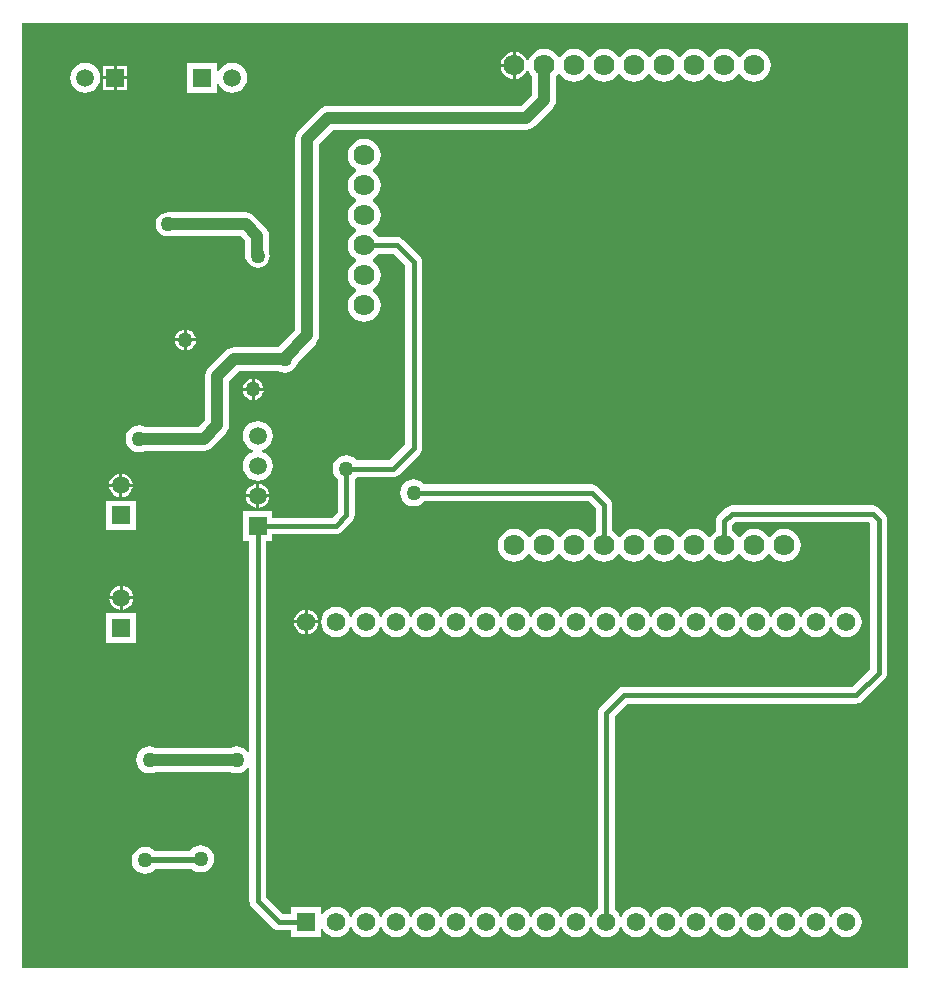
<source format=gbl>
G04*
G04 #@! TF.GenerationSoftware,Altium Limited,Altium Designer,19.0.15 (446)*
G04*
G04 Layer_Physical_Order=2*
G04 Layer_Color=16711680*
%FSLAX42Y42*%
%MOMM*%
G71*
G01*
G75*
%ADD41C,0.40*%
%ADD42C,0.50*%
%ADD43C,1.00*%
%ADD44R,1.50X1.50*%
%ADD45C,1.50*%
%ADD46R,1.50X1.50*%
%ADD47C,1.56*%
%ADD48R,1.56X1.56*%
%ADD49C,1.78*%
%ADD50C,1.00*%
%ADD51C,1.27*%
G36*
X7500Y0D02*
X0D01*
Y8000D01*
X7500D01*
Y0D01*
D02*
G37*
%LPC*%
G36*
X6198Y7785D02*
X6161Y7781D01*
X6128Y7767D01*
X6099Y7744D01*
X6078Y7717D01*
X6071Y7716D01*
X6063Y7717D01*
X6043Y7744D01*
X6014Y7767D01*
X5980Y7781D01*
X5944Y7785D01*
X5907Y7781D01*
X5874Y7767D01*
X5845Y7744D01*
X5824Y7717D01*
X5817Y7716D01*
X5809Y7717D01*
X5789Y7744D01*
X5760Y7767D01*
X5726Y7781D01*
X5690Y7785D01*
X5653Y7781D01*
X5620Y7767D01*
X5591Y7744D01*
X5570Y7717D01*
X5563Y7716D01*
X5555Y7717D01*
X5535Y7744D01*
X5506Y7767D01*
X5472Y7781D01*
X5436Y7785D01*
X5399Y7781D01*
X5366Y7767D01*
X5337Y7744D01*
X5316Y7717D01*
X5309Y7716D01*
X5301Y7717D01*
X5281Y7744D01*
X5252Y7767D01*
X5218Y7781D01*
X5182Y7785D01*
X5145Y7781D01*
X5112Y7767D01*
X5083Y7744D01*
X5062Y7717D01*
X5055Y7716D01*
X5047Y7717D01*
X5027Y7744D01*
X4998Y7767D01*
X4964Y7781D01*
X4928Y7785D01*
X4891Y7781D01*
X4858Y7767D01*
X4829Y7744D01*
X4808Y7717D01*
X4801Y7716D01*
X4793Y7717D01*
X4773Y7744D01*
X4744Y7767D01*
X4710Y7781D01*
X4674Y7785D01*
X4637Y7781D01*
X4604Y7767D01*
X4575Y7744D01*
X4554Y7717D01*
X4547Y7716D01*
X4539Y7717D01*
X4519Y7744D01*
X4490Y7767D01*
X4456Y7781D01*
X4420Y7785D01*
X4383Y7781D01*
X4350Y7767D01*
X4321Y7744D01*
X4298Y7715D01*
X4286Y7686D01*
X4273Y7686D01*
X4265Y7703D01*
X4247Y7727D01*
X4223Y7745D01*
X4195Y7757D01*
X4178Y7759D01*
Y7645D01*
Y7532D01*
X4195Y7534D01*
X4223Y7546D01*
X4247Y7564D01*
X4265Y7588D01*
X4273Y7605D01*
X4286Y7605D01*
X4298Y7575D01*
X4319Y7549D01*
Y7395D01*
X4225Y7302D01*
X2591D01*
X2565Y7298D01*
X2540Y7288D01*
X2519Y7272D01*
X2342Y7094D01*
X2326Y7074D01*
X2316Y7049D01*
X2312Y7023D01*
Y5401D01*
X2168Y5257D01*
X1791D01*
X1765Y5254D01*
X1740Y5244D01*
X1719Y5228D01*
X1580Y5088D01*
X1564Y5067D01*
X1554Y5043D01*
X1550Y5017D01*
Y4639D01*
X1495Y4584D01*
X1044D01*
X1020Y4594D01*
X991Y4598D01*
X961Y4594D01*
X933Y4582D01*
X910Y4564D01*
X891Y4540D01*
X880Y4513D01*
X876Y4483D01*
X880Y4453D01*
X891Y4426D01*
X910Y4402D01*
X933Y4384D01*
X961Y4373D01*
X991Y4369D01*
X1020Y4373D01*
X1044Y4382D01*
X1537D01*
X1563Y4386D01*
X1587Y4396D01*
X1608Y4412D01*
X1722Y4526D01*
X1738Y4547D01*
X1748Y4571D01*
X1752Y4597D01*
Y4975D01*
X1832Y5055D01*
X2169D01*
X2193Y5046D01*
X2223Y5042D01*
X2252Y5046D01*
X2280Y5057D01*
X2303Y5075D01*
X2322Y5099D01*
X2333Y5127D01*
X2335Y5138D01*
X2484Y5288D01*
X2500Y5309D01*
X2510Y5333D01*
X2514Y5359D01*
Y6981D01*
X2633Y7100D01*
X4267D01*
X4293Y7103D01*
X4318Y7114D01*
X4339Y7130D01*
X4491Y7282D01*
X4507Y7303D01*
X4517Y7327D01*
X4520Y7353D01*
Y7549D01*
X4539Y7573D01*
X4547Y7574D01*
X4554Y7573D01*
X4575Y7546D01*
X4604Y7524D01*
X4637Y7510D01*
X4674Y7505D01*
X4710Y7510D01*
X4744Y7524D01*
X4773Y7546D01*
X4793Y7573D01*
X4801Y7574D01*
X4808Y7573D01*
X4829Y7546D01*
X4858Y7524D01*
X4891Y7510D01*
X4928Y7505D01*
X4964Y7510D01*
X4998Y7524D01*
X5027Y7546D01*
X5047Y7573D01*
X5055Y7574D01*
X5062Y7573D01*
X5083Y7546D01*
X5112Y7524D01*
X5145Y7510D01*
X5182Y7505D01*
X5218Y7510D01*
X5252Y7524D01*
X5281Y7546D01*
X5301Y7573D01*
X5309Y7574D01*
X5316Y7573D01*
X5337Y7546D01*
X5366Y7524D01*
X5399Y7510D01*
X5436Y7505D01*
X5472Y7510D01*
X5506Y7524D01*
X5535Y7546D01*
X5555Y7573D01*
X5563Y7574D01*
X5570Y7573D01*
X5591Y7546D01*
X5620Y7524D01*
X5653Y7510D01*
X5690Y7505D01*
X5726Y7510D01*
X5760Y7524D01*
X5789Y7546D01*
X5809Y7573D01*
X5817Y7574D01*
X5824Y7573D01*
X5845Y7546D01*
X5874Y7524D01*
X5907Y7510D01*
X5944Y7505D01*
X5980Y7510D01*
X6014Y7524D01*
X6043Y7546D01*
X6063Y7573D01*
X6071Y7574D01*
X6078Y7573D01*
X6099Y7546D01*
X6128Y7524D01*
X6161Y7510D01*
X6198Y7505D01*
X6234Y7510D01*
X6268Y7524D01*
X6297Y7546D01*
X6319Y7575D01*
X6333Y7609D01*
X6338Y7645D01*
X6333Y7682D01*
X6319Y7715D01*
X6297Y7744D01*
X6268Y7767D01*
X6234Y7781D01*
X6198Y7785D01*
D02*
G37*
G36*
X4153Y7759D02*
X4136Y7757D01*
X4108Y7745D01*
X4084Y7727D01*
X4066Y7703D01*
X4054Y7675D01*
X4052Y7658D01*
X4153D01*
Y7759D01*
D02*
G37*
G36*
X1778Y7666D02*
X1745Y7662D01*
X1715Y7649D01*
X1689Y7629D01*
X1669Y7603D01*
X1662Y7586D01*
X1649Y7588D01*
Y7665D01*
X1399D01*
Y7415D01*
X1649D01*
Y7491D01*
X1662Y7494D01*
X1669Y7477D01*
X1689Y7451D01*
X1715Y7431D01*
X1745Y7418D01*
X1778Y7414D01*
X1811Y7418D01*
X1841Y7431D01*
X1867Y7451D01*
X1887Y7477D01*
X1900Y7507D01*
X1904Y7540D01*
X1900Y7572D01*
X1887Y7603D01*
X1867Y7629D01*
X1841Y7649D01*
X1811Y7662D01*
X1778Y7666D01*
D02*
G37*
G36*
X888Y7640D02*
X800D01*
Y7553D01*
X888D01*
Y7640D01*
D02*
G37*
G36*
X775D02*
X687D01*
Y7553D01*
X775D01*
Y7640D01*
D02*
G37*
G36*
X4153Y7633D02*
X4052D01*
X4054Y7616D01*
X4066Y7588D01*
X4084Y7564D01*
X4108Y7546D01*
X4136Y7534D01*
X4153Y7532D01*
Y7633D01*
D02*
G37*
G36*
X888Y7527D02*
X800D01*
Y7439D01*
X888D01*
Y7527D01*
D02*
G37*
G36*
X775D02*
X687D01*
Y7439D01*
X775D01*
Y7527D01*
D02*
G37*
G36*
X533Y7666D02*
X501Y7662D01*
X470Y7649D01*
X444Y7629D01*
X424Y7603D01*
X412Y7572D01*
X407Y7540D01*
X412Y7507D01*
X424Y7477D01*
X444Y7451D01*
X470Y7431D01*
X501Y7418D01*
X533Y7414D01*
X566Y7418D01*
X596Y7431D01*
X623Y7451D01*
X643Y7477D01*
X655Y7507D01*
X659Y7540D01*
X655Y7572D01*
X643Y7603D01*
X623Y7629D01*
X596Y7649D01*
X566Y7662D01*
X533Y7666D01*
D02*
G37*
G36*
X1892Y6400D02*
X1232D01*
X1206Y6397D01*
X1181Y6387D01*
X1161Y6371D01*
X1145Y6350D01*
X1134Y6325D01*
X1131Y6299D01*
X1134Y6273D01*
X1145Y6249D01*
X1161Y6228D01*
X1181Y6212D01*
X1206Y6202D01*
X1232Y6198D01*
X1851D01*
X1888Y6161D01*
Y6038D01*
X1891Y6012D01*
X1901Y5987D01*
X1917Y5966D01*
X1923Y5961D01*
X1943Y5945D01*
X1968Y5935D01*
X1994Y5932D01*
X2020Y5935D01*
X2044Y5945D01*
X2065Y5961D01*
X2081Y5982D01*
X2091Y6006D01*
X2095Y6033D01*
X2091Y6059D01*
X2090Y6063D01*
Y6203D01*
X2086Y6229D01*
X2076Y6253D01*
X2060Y6274D01*
X1964Y6371D01*
X1943Y6387D01*
X1918Y6397D01*
X1892Y6400D01*
D02*
G37*
G36*
X1394Y5409D02*
Y5334D01*
X1470D01*
X1468Y5345D01*
X1459Y5366D01*
X1445Y5385D01*
X1427Y5399D01*
X1405Y5408D01*
X1394Y5409D01*
D02*
G37*
G36*
X1369D02*
X1359Y5408D01*
X1337Y5399D01*
X1318Y5385D01*
X1304Y5366D01*
X1295Y5345D01*
X1294Y5334D01*
X1369D01*
Y5409D01*
D02*
G37*
G36*
X1470Y5309D02*
X1394D01*
Y5233D01*
X1405Y5235D01*
X1427Y5244D01*
X1445Y5258D01*
X1459Y5276D01*
X1468Y5298D01*
X1470Y5309D01*
D02*
G37*
G36*
X1369D02*
X1294D01*
X1295Y5298D01*
X1304Y5276D01*
X1318Y5258D01*
X1337Y5244D01*
X1359Y5235D01*
X1369Y5233D01*
Y5309D01*
D02*
G37*
G36*
X1968Y4990D02*
Y4915D01*
X2044D01*
X2042Y4925D01*
X2033Y4947D01*
X2019Y4966D01*
X2001Y4980D01*
X1979Y4989D01*
X1968Y4990D01*
D02*
G37*
G36*
X1943D02*
X1933Y4989D01*
X1911Y4980D01*
X1892Y4966D01*
X1878Y4947D01*
X1869Y4925D01*
X1868Y4915D01*
X1943D01*
Y4990D01*
D02*
G37*
G36*
X2044Y4890D02*
X1968D01*
Y4814D01*
X1979Y4816D01*
X2001Y4825D01*
X2019Y4839D01*
X2033Y4857D01*
X2042Y4879D01*
X2044Y4890D01*
D02*
G37*
G36*
X1943D02*
X1868D01*
X1869Y4879D01*
X1878Y4857D01*
X1892Y4839D01*
X1911Y4825D01*
X1933Y4816D01*
X1943Y4814D01*
Y4890D01*
D02*
G37*
G36*
X2896Y7023D02*
X2859Y7019D01*
X2826Y7005D01*
X2797Y6982D01*
X2774Y6953D01*
X2760Y6920D01*
X2756Y6883D01*
X2760Y6847D01*
X2774Y6813D01*
X2797Y6784D01*
X2824Y6764D01*
X2825Y6756D01*
X2824Y6749D01*
X2797Y6728D01*
X2774Y6699D01*
X2760Y6666D01*
X2756Y6629D01*
X2760Y6593D01*
X2774Y6559D01*
X2797Y6530D01*
X2824Y6510D01*
X2825Y6502D01*
X2824Y6495D01*
X2797Y6474D01*
X2774Y6445D01*
X2760Y6412D01*
X2756Y6375D01*
X2760Y6339D01*
X2774Y6305D01*
X2797Y6276D01*
X2824Y6256D01*
X2825Y6248D01*
X2824Y6241D01*
X2797Y6220D01*
X2774Y6191D01*
X2760Y6158D01*
X2756Y6121D01*
X2760Y6085D01*
X2774Y6051D01*
X2797Y6022D01*
X2824Y6002D01*
X2825Y5994D01*
X2824Y5987D01*
X2797Y5966D01*
X2774Y5937D01*
X2760Y5904D01*
X2756Y5867D01*
X2760Y5831D01*
X2774Y5797D01*
X2797Y5768D01*
X2824Y5748D01*
X2825Y5740D01*
X2824Y5733D01*
X2797Y5712D01*
X2774Y5683D01*
X2760Y5650D01*
X2756Y5613D01*
X2760Y5577D01*
X2774Y5543D01*
X2797Y5514D01*
X2826Y5492D01*
X2859Y5478D01*
X2896Y5473D01*
X2932Y5478D01*
X2966Y5492D01*
X2995Y5514D01*
X3017Y5543D01*
X3031Y5577D01*
X3036Y5613D01*
X3031Y5650D01*
X3017Y5683D01*
X2995Y5712D01*
X2968Y5733D01*
X2967Y5740D01*
X2968Y5748D01*
X2995Y5768D01*
X3017Y5797D01*
X3031Y5831D01*
X3036Y5867D01*
X3031Y5904D01*
X3017Y5937D01*
X2995Y5966D01*
X2968Y5987D01*
X2967Y5994D01*
X2968Y6002D01*
X2995Y6022D01*
X3017Y6051D01*
X3146D01*
X3244Y5952D01*
Y4436D01*
X3108Y4300D01*
X2832D01*
X2824Y4310D01*
X2800Y4328D01*
X2773Y4340D01*
X2743Y4344D01*
X2714Y4340D01*
X2686Y4328D01*
X2662Y4310D01*
X2644Y4286D01*
X2633Y4259D01*
X2629Y4229D01*
X2633Y4199D01*
X2644Y4172D01*
X2662Y4148D01*
X2673Y4140D01*
Y3865D01*
X2625Y3817D01*
X2119D01*
Y3872D01*
X1869D01*
Y3622D01*
X1923D01*
Y1833D01*
X1911Y1829D01*
X1897Y1846D01*
X1873Y1864D01*
X1846Y1876D01*
X1816Y1880D01*
X1786Y1876D01*
X1763Y1866D01*
X1133D01*
X1109Y1876D01*
X1080Y1880D01*
X1050Y1876D01*
X1022Y1864D01*
X999Y1846D01*
X980Y1823D01*
X969Y1795D01*
X965Y1765D01*
X969Y1736D01*
X980Y1708D01*
X999Y1684D01*
X1022Y1666D01*
X1050Y1655D01*
X1080Y1651D01*
X1109Y1655D01*
X1133Y1664D01*
X1763D01*
X1786Y1655D01*
X1816Y1651D01*
X1846Y1655D01*
X1873Y1666D01*
X1897Y1684D01*
X1911Y1702D01*
X1923Y1698D01*
Y572D01*
X1926Y553D01*
X1933Y536D01*
X1944Y522D01*
X2122Y344D01*
X2136Y333D01*
X2153Y326D01*
X2172Y323D01*
X2277D01*
Y266D01*
X2533D01*
Y330D01*
X2546Y333D01*
X2548Y329D01*
X2568Y302D01*
X2595Y282D01*
X2626Y269D01*
X2659Y265D01*
X2693Y269D01*
X2724Y282D01*
X2751Y302D01*
X2771Y329D01*
X2780Y349D01*
X2793D01*
X2802Y329D01*
X2822Y302D01*
X2849Y282D01*
X2880Y269D01*
X2914Y265D01*
X2947Y269D01*
X2978Y282D01*
X3005Y302D01*
X3025Y329D01*
X3034Y349D01*
X3047D01*
X3056Y329D01*
X3076Y302D01*
X3103Y282D01*
X3134Y269D01*
X3167Y265D01*
X3201Y269D01*
X3232Y282D01*
X3259Y302D01*
X3279Y329D01*
X3288Y349D01*
X3301D01*
X3310Y329D01*
X3330Y302D01*
X3357Y282D01*
X3388Y269D01*
X3422Y265D01*
X3455Y269D01*
X3486Y282D01*
X3513Y302D01*
X3533Y329D01*
X3542Y349D01*
X3555D01*
X3564Y329D01*
X3584Y302D01*
X3611Y282D01*
X3642Y269D01*
X3676Y265D01*
X3709Y269D01*
X3740Y282D01*
X3767Y302D01*
X3787Y329D01*
X3796Y349D01*
X3809D01*
X3818Y329D01*
X3838Y302D01*
X3865Y282D01*
X3896Y269D01*
X3929Y265D01*
X3963Y269D01*
X3994Y282D01*
X4021Y302D01*
X4041Y329D01*
X4050Y349D01*
X4063D01*
X4072Y329D01*
X4092Y302D01*
X4119Y282D01*
X4150Y269D01*
X4183Y265D01*
X4217Y269D01*
X4248Y282D01*
X4275Y302D01*
X4295Y329D01*
X4304Y349D01*
X4317D01*
X4326Y329D01*
X4346Y302D01*
X4373Y282D01*
X4404Y269D01*
X4438Y265D01*
X4471Y269D01*
X4502Y282D01*
X4529Y302D01*
X4549Y329D01*
X4558Y349D01*
X4571D01*
X4580Y329D01*
X4600Y302D01*
X4627Y282D01*
X4658Y269D01*
X4692Y265D01*
X4725Y269D01*
X4756Y282D01*
X4783Y302D01*
X4803Y329D01*
X4812Y349D01*
X4825D01*
X4834Y329D01*
X4854Y302D01*
X4881Y282D01*
X4912Y269D01*
X4946Y265D01*
X4979Y269D01*
X5010Y282D01*
X5037Y302D01*
X5057Y329D01*
X5066Y349D01*
X5079D01*
X5088Y329D01*
X5108Y302D01*
X5135Y282D01*
X5166Y269D01*
X5199Y265D01*
X5233Y269D01*
X5264Y282D01*
X5291Y302D01*
X5311Y329D01*
X5320Y349D01*
X5333D01*
X5342Y329D01*
X5362Y302D01*
X5389Y282D01*
X5420Y269D01*
X5453Y265D01*
X5487Y269D01*
X5518Y282D01*
X5545Y302D01*
X5565Y329D01*
X5574Y349D01*
X5587D01*
X5596Y329D01*
X5616Y302D01*
X5643Y282D01*
X5674Y269D01*
X5708Y265D01*
X5741Y269D01*
X5772Y282D01*
X5799Y302D01*
X5819Y329D01*
X5828Y349D01*
X5841D01*
X5850Y329D01*
X5870Y302D01*
X5897Y282D01*
X5928Y269D01*
X5962Y265D01*
X5995Y269D01*
X6026Y282D01*
X6053Y302D01*
X6073Y329D01*
X6082Y349D01*
X6095D01*
X6104Y329D01*
X6124Y302D01*
X6151Y282D01*
X6182Y269D01*
X6215Y265D01*
X6249Y269D01*
X6280Y282D01*
X6307Y302D01*
X6327Y329D01*
X6336Y349D01*
X6349D01*
X6358Y329D01*
X6378Y302D01*
X6405Y282D01*
X6436Y269D01*
X6469Y265D01*
X6503Y269D01*
X6534Y282D01*
X6561Y302D01*
X6581Y329D01*
X6590Y349D01*
X6603D01*
X6612Y329D01*
X6632Y302D01*
X6659Y282D01*
X6690Y269D01*
X6724Y265D01*
X6757Y269D01*
X6788Y282D01*
X6815Y302D01*
X6835Y329D01*
X6844Y349D01*
X6857D01*
X6866Y329D01*
X6886Y302D01*
X6913Y282D01*
X6944Y269D01*
X6978Y265D01*
X7011Y269D01*
X7042Y282D01*
X7069Y302D01*
X7089Y329D01*
X7102Y360D01*
X7107Y394D01*
X7102Y427D01*
X7089Y458D01*
X7069Y485D01*
X7042Y506D01*
X7011Y518D01*
X6978Y523D01*
X6944Y518D01*
X6913Y506D01*
X6886Y485D01*
X6866Y458D01*
X6857Y438D01*
X6844D01*
X6835Y458D01*
X6815Y485D01*
X6788Y506D01*
X6757Y518D01*
X6724Y523D01*
X6690Y518D01*
X6659Y506D01*
X6632Y485D01*
X6612Y458D01*
X6603Y438D01*
X6590D01*
X6581Y458D01*
X6561Y485D01*
X6534Y506D01*
X6503Y518D01*
X6469Y523D01*
X6436Y518D01*
X6405Y506D01*
X6378Y485D01*
X6358Y458D01*
X6349Y438D01*
X6336D01*
X6327Y458D01*
X6307Y485D01*
X6280Y506D01*
X6249Y518D01*
X6215Y523D01*
X6182Y518D01*
X6151Y506D01*
X6124Y485D01*
X6104Y458D01*
X6095Y438D01*
X6082D01*
X6073Y458D01*
X6053Y485D01*
X6026Y506D01*
X5995Y518D01*
X5962Y523D01*
X5928Y518D01*
X5897Y506D01*
X5870Y485D01*
X5850Y458D01*
X5841Y438D01*
X5828D01*
X5819Y458D01*
X5799Y485D01*
X5772Y506D01*
X5741Y518D01*
X5708Y523D01*
X5674Y518D01*
X5643Y506D01*
X5616Y485D01*
X5596Y458D01*
X5587Y438D01*
X5574D01*
X5565Y458D01*
X5545Y485D01*
X5518Y506D01*
X5487Y518D01*
X5453Y523D01*
X5420Y518D01*
X5389Y506D01*
X5362Y485D01*
X5342Y458D01*
X5333Y438D01*
X5320D01*
X5311Y458D01*
X5291Y485D01*
X5264Y506D01*
X5233Y518D01*
X5199Y523D01*
X5166Y518D01*
X5135Y506D01*
X5108Y485D01*
X5088Y458D01*
X5079Y438D01*
X5066D01*
X5057Y458D01*
X5037Y485D01*
X5016Y501D01*
Y2135D01*
X5122Y2241D01*
X7061D01*
X7079Y2243D01*
X7097Y2250D01*
X7111Y2261D01*
X7302Y2452D01*
X7313Y2467D01*
X7320Y2484D01*
X7322Y2502D01*
Y3797D01*
X7320Y3816D01*
X7313Y3833D01*
X7302Y3847D01*
X7251Y3898D01*
X7236Y3909D01*
X7219Y3916D01*
X7201Y3919D01*
X6007D01*
X5989Y3916D01*
X5972Y3909D01*
X5957Y3898D01*
X5894Y3835D01*
X5882Y3820D01*
X5875Y3803D01*
X5873Y3785D01*
Y3702D01*
X5845Y3680D01*
X5824Y3653D01*
X5817Y3652D01*
X5809Y3653D01*
X5789Y3680D01*
X5760Y3703D01*
X5726Y3717D01*
X5690Y3721D01*
X5653Y3717D01*
X5620Y3703D01*
X5591Y3680D01*
X5570Y3653D01*
X5563Y3652D01*
X5555Y3653D01*
X5535Y3680D01*
X5506Y3703D01*
X5472Y3717D01*
X5436Y3721D01*
X5399Y3717D01*
X5366Y3703D01*
X5337Y3680D01*
X5316Y3653D01*
X5309Y3652D01*
X5301Y3653D01*
X5281Y3680D01*
X5252Y3703D01*
X5218Y3717D01*
X5182Y3721D01*
X5145Y3717D01*
X5112Y3703D01*
X5083Y3680D01*
X5062Y3653D01*
X5055Y3652D01*
X5047Y3653D01*
X5027Y3680D01*
X4998Y3702D01*
Y3924D01*
X4996Y3943D01*
X4989Y3960D01*
X4978Y3974D01*
X4876Y4076D01*
X4861Y4087D01*
X4844Y4094D01*
X4826Y4097D01*
X3404D01*
X3396Y4107D01*
X3372Y4125D01*
X3344Y4136D01*
X3315Y4140D01*
X3285Y4136D01*
X3257Y4125D01*
X3234Y4107D01*
X3216Y4083D01*
X3204Y4056D01*
X3200Y4026D01*
X3204Y3996D01*
X3216Y3969D01*
X3234Y3945D01*
X3257Y3927D01*
X3285Y3915D01*
X3315Y3911D01*
X3344Y3915D01*
X3372Y3927D01*
X3396Y3945D01*
X3404Y3955D01*
X4797D01*
X4857Y3895D01*
Y3702D01*
X4829Y3680D01*
X4808Y3653D01*
X4801Y3652D01*
X4793Y3653D01*
X4773Y3680D01*
X4744Y3703D01*
X4710Y3717D01*
X4674Y3721D01*
X4637Y3717D01*
X4604Y3703D01*
X4575Y3680D01*
X4554Y3653D01*
X4547Y3652D01*
X4539Y3653D01*
X4519Y3680D01*
X4490Y3703D01*
X4456Y3717D01*
X4420Y3721D01*
X4383Y3717D01*
X4350Y3703D01*
X4321Y3680D01*
X4300Y3653D01*
X4293Y3652D01*
X4285Y3653D01*
X4265Y3680D01*
X4236Y3703D01*
X4202Y3717D01*
X4166Y3721D01*
X4129Y3717D01*
X4096Y3703D01*
X4067Y3680D01*
X4044Y3651D01*
X4030Y3618D01*
X4026Y3581D01*
X4030Y3545D01*
X4044Y3511D01*
X4067Y3482D01*
X4096Y3460D01*
X4129Y3446D01*
X4166Y3441D01*
X4202Y3446D01*
X4236Y3460D01*
X4265Y3482D01*
X4285Y3509D01*
X4293Y3510D01*
X4300Y3509D01*
X4321Y3482D01*
X4350Y3460D01*
X4383Y3446D01*
X4420Y3441D01*
X4456Y3446D01*
X4490Y3460D01*
X4519Y3482D01*
X4539Y3509D01*
X4547Y3510D01*
X4554Y3509D01*
X4575Y3482D01*
X4604Y3460D01*
X4637Y3446D01*
X4674Y3441D01*
X4710Y3446D01*
X4744Y3460D01*
X4773Y3482D01*
X4793Y3509D01*
X4801Y3510D01*
X4808Y3509D01*
X4829Y3482D01*
X4858Y3460D01*
X4891Y3446D01*
X4928Y3441D01*
X4964Y3446D01*
X4998Y3460D01*
X5027Y3482D01*
X5047Y3509D01*
X5055Y3510D01*
X5062Y3509D01*
X5083Y3482D01*
X5112Y3460D01*
X5145Y3446D01*
X5182Y3441D01*
X5218Y3446D01*
X5252Y3460D01*
X5281Y3482D01*
X5301Y3509D01*
X5309Y3510D01*
X5316Y3509D01*
X5337Y3482D01*
X5366Y3460D01*
X5399Y3446D01*
X5436Y3441D01*
X5472Y3446D01*
X5506Y3460D01*
X5535Y3482D01*
X5555Y3509D01*
X5563Y3510D01*
X5570Y3509D01*
X5591Y3482D01*
X5620Y3460D01*
X5653Y3446D01*
X5690Y3441D01*
X5726Y3446D01*
X5760Y3460D01*
X5789Y3482D01*
X5809Y3509D01*
X5817Y3510D01*
X5824Y3509D01*
X5845Y3482D01*
X5874Y3460D01*
X5907Y3446D01*
X5944Y3441D01*
X5980Y3446D01*
X6014Y3460D01*
X6043Y3482D01*
X6063Y3509D01*
X6071Y3510D01*
X6078Y3509D01*
X6099Y3482D01*
X6128Y3460D01*
X6161Y3446D01*
X6198Y3441D01*
X6234Y3446D01*
X6268Y3460D01*
X6297Y3482D01*
X6317Y3509D01*
X6325Y3510D01*
X6332Y3509D01*
X6353Y3482D01*
X6382Y3460D01*
X6415Y3446D01*
X6452Y3441D01*
X6488Y3446D01*
X6522Y3460D01*
X6551Y3482D01*
X6573Y3511D01*
X6587Y3545D01*
X6592Y3581D01*
X6587Y3618D01*
X6573Y3651D01*
X6551Y3680D01*
X6522Y3703D01*
X6488Y3717D01*
X6452Y3721D01*
X6415Y3717D01*
X6382Y3703D01*
X6353Y3680D01*
X6332Y3653D01*
X6325Y3652D01*
X6317Y3653D01*
X6297Y3680D01*
X6268Y3703D01*
X6234Y3717D01*
X6198Y3721D01*
X6161Y3717D01*
X6128Y3703D01*
X6099Y3680D01*
X6078Y3653D01*
X6071Y3652D01*
X6063Y3653D01*
X6043Y3680D01*
X6014Y3702D01*
Y3755D01*
X6036Y3777D01*
X7172D01*
X7181Y3768D01*
Y2531D01*
X7032Y2382D01*
X5093D01*
X5074Y2380D01*
X5057Y2373D01*
X5043Y2361D01*
X4896Y2214D01*
X4884Y2200D01*
X4877Y2182D01*
X4875Y2164D01*
Y501D01*
X4854Y485D01*
X4834Y458D01*
X4825Y438D01*
X4812D01*
X4803Y458D01*
X4783Y485D01*
X4756Y506D01*
X4725Y518D01*
X4692Y523D01*
X4658Y518D01*
X4627Y506D01*
X4600Y485D01*
X4580Y458D01*
X4571Y438D01*
X4558D01*
X4549Y458D01*
X4529Y485D01*
X4502Y506D01*
X4471Y518D01*
X4438Y523D01*
X4404Y518D01*
X4373Y506D01*
X4346Y485D01*
X4326Y458D01*
X4317Y438D01*
X4304D01*
X4295Y458D01*
X4275Y485D01*
X4248Y506D01*
X4217Y518D01*
X4183Y523D01*
X4150Y518D01*
X4119Y506D01*
X4092Y485D01*
X4072Y458D01*
X4063Y438D01*
X4050D01*
X4041Y458D01*
X4021Y485D01*
X3994Y506D01*
X3963Y518D01*
X3929Y523D01*
X3896Y518D01*
X3865Y506D01*
X3838Y485D01*
X3818Y458D01*
X3809Y438D01*
X3796D01*
X3787Y458D01*
X3767Y485D01*
X3740Y506D01*
X3709Y518D01*
X3676Y523D01*
X3642Y518D01*
X3611Y506D01*
X3584Y485D01*
X3564Y458D01*
X3555Y438D01*
X3542D01*
X3533Y458D01*
X3513Y485D01*
X3486Y506D01*
X3455Y518D01*
X3422Y523D01*
X3388Y518D01*
X3357Y506D01*
X3330Y485D01*
X3310Y458D01*
X3301Y438D01*
X3288D01*
X3279Y458D01*
X3259Y485D01*
X3232Y506D01*
X3201Y518D01*
X3167Y523D01*
X3134Y518D01*
X3103Y506D01*
X3076Y485D01*
X3056Y458D01*
X3047Y438D01*
X3034D01*
X3025Y458D01*
X3005Y485D01*
X2978Y506D01*
X2947Y518D01*
X2914Y523D01*
X2880Y518D01*
X2849Y506D01*
X2822Y485D01*
X2802Y458D01*
X2793Y438D01*
X2780D01*
X2771Y458D01*
X2751Y485D01*
X2724Y506D01*
X2693Y518D01*
X2659Y523D01*
X2626Y518D01*
X2595Y506D01*
X2568Y485D01*
X2548Y458D01*
X2546Y455D01*
X2533Y457D01*
Y522D01*
X2277D01*
Y464D01*
X2201D01*
X2065Y601D01*
Y3622D01*
X2119D01*
Y3676D01*
X2654D01*
X2673Y3678D01*
X2690Y3685D01*
X2704Y3697D01*
X2793Y3785D01*
X2804Y3800D01*
X2811Y3817D01*
X2814Y3835D01*
Y4140D01*
X2824Y4148D01*
X2832Y4158D01*
X3137D01*
X3155Y4161D01*
X3172Y4168D01*
X3187Y4179D01*
X3365Y4357D01*
X3376Y4372D01*
X3383Y4389D01*
X3385Y4407D01*
Y5982D01*
X3383Y6000D01*
X3376Y6017D01*
X3365Y6032D01*
X3225Y6171D01*
X3210Y6183D01*
X3193Y6190D01*
X3175Y6192D01*
X3017D01*
X2995Y6220D01*
X2968Y6241D01*
X2967Y6248D01*
X2968Y6256D01*
X2995Y6276D01*
X3017Y6305D01*
X3031Y6339D01*
X3036Y6375D01*
X3031Y6412D01*
X3017Y6445D01*
X2995Y6474D01*
X2968Y6495D01*
X2967Y6502D01*
X2968Y6510D01*
X2995Y6530D01*
X3017Y6559D01*
X3031Y6593D01*
X3036Y6629D01*
X3031Y6666D01*
X3017Y6699D01*
X2995Y6728D01*
X2968Y6749D01*
X2967Y6756D01*
X2968Y6764D01*
X2995Y6784D01*
X3017Y6813D01*
X3031Y6847D01*
X3036Y6883D01*
X3031Y6920D01*
X3017Y6953D01*
X2995Y6982D01*
X2966Y7005D01*
X2932Y7019D01*
X2896Y7023D01*
D02*
G37*
G36*
X1994Y4635D02*
X1961Y4630D01*
X1931Y4618D01*
X1905Y4598D01*
X1885Y4572D01*
X1872Y4541D01*
X1868Y4508D01*
X1872Y4476D01*
X1885Y4445D01*
X1905Y4419D01*
X1931Y4399D01*
X1958Y4388D01*
X1958Y4388D01*
Y4375D01*
X1958Y4375D01*
X1931Y4364D01*
X1905Y4344D01*
X1885Y4318D01*
X1872Y4287D01*
X1868Y4254D01*
X1872Y4222D01*
X1885Y4191D01*
X1905Y4165D01*
X1931Y4145D01*
X1961Y4133D01*
X1994Y4128D01*
X2027Y4133D01*
X2057Y4145D01*
X2083Y4165D01*
X2103Y4191D01*
X2116Y4222D01*
X2120Y4254D01*
X2116Y4287D01*
X2103Y4318D01*
X2083Y4344D01*
X2057Y4364D01*
X2030Y4375D01*
X2030Y4375D01*
Y4388D01*
X2030Y4388D01*
X2057Y4399D01*
X2083Y4419D01*
X2103Y4445D01*
X2116Y4476D01*
X2120Y4508D01*
X2116Y4541D01*
X2103Y4572D01*
X2083Y4598D01*
X2057Y4618D01*
X2027Y4630D01*
X1994Y4635D01*
D02*
G37*
G36*
X849Y4189D02*
Y4102D01*
X936D01*
X934Y4116D01*
X924Y4140D01*
X908Y4161D01*
X887Y4177D01*
X863Y4187D01*
X849Y4189D01*
D02*
G37*
G36*
X824D02*
X810Y4187D01*
X786Y4177D01*
X765Y4161D01*
X749Y4140D01*
X739Y4116D01*
X737Y4102D01*
X824D01*
Y4189D01*
D02*
G37*
G36*
X2007Y4100D02*
Y4013D01*
X2093D01*
X2092Y4027D01*
X2082Y4051D01*
X2066Y4072D01*
X2045Y4088D01*
X2020Y4098D01*
X2007Y4100D01*
D02*
G37*
G36*
X1981D02*
X1968Y4098D01*
X1943Y4088D01*
X1922Y4072D01*
X1906Y4051D01*
X1896Y4027D01*
X1894Y4013D01*
X1981D01*
Y4100D01*
D02*
G37*
G36*
X936Y4077D02*
X849D01*
Y3990D01*
X863Y3992D01*
X887Y4002D01*
X908Y4018D01*
X924Y4039D01*
X934Y4063D01*
X936Y4077D01*
D02*
G37*
G36*
X824D02*
X737D01*
X739Y4063D01*
X749Y4039D01*
X765Y4018D01*
X786Y4002D01*
X810Y3992D01*
X824Y3990D01*
Y4077D01*
D02*
G37*
G36*
X2093Y3988D02*
X2007D01*
Y3901D01*
X2020Y3903D01*
X2045Y3913D01*
X2066Y3929D01*
X2082Y3950D01*
X2092Y3974D01*
X2093Y3988D01*
D02*
G37*
G36*
X1981D02*
X1894D01*
X1896Y3974D01*
X1906Y3950D01*
X1922Y3929D01*
X1943Y3913D01*
X1968Y3903D01*
X1981Y3901D01*
Y3988D01*
D02*
G37*
G36*
X962Y3960D02*
X712D01*
Y3710D01*
X962D01*
Y3960D01*
D02*
G37*
G36*
X851Y3236D02*
Y3150D01*
X938D01*
X936Y3163D01*
X926Y3188D01*
X910Y3209D01*
X889Y3225D01*
X864Y3235D01*
X851Y3236D01*
D02*
G37*
G36*
X826D02*
X812Y3235D01*
X788Y3225D01*
X767Y3209D01*
X751Y3188D01*
X740Y3163D01*
X739Y3150D01*
X826D01*
Y3236D01*
D02*
G37*
G36*
X938Y3124D02*
X851D01*
Y3037D01*
X864Y3039D01*
X889Y3049D01*
X910Y3065D01*
X926Y3086D01*
X936Y3111D01*
X938Y3124D01*
D02*
G37*
G36*
X826D02*
X739D01*
X740Y3111D01*
X751Y3086D01*
X767Y3065D01*
X788Y3049D01*
X812Y3039D01*
X826Y3037D01*
Y3124D01*
D02*
G37*
G36*
X6978Y3063D02*
X6944Y3058D01*
X6913Y3046D01*
X6886Y3025D01*
X6866Y2998D01*
X6857Y2978D01*
X6844D01*
X6835Y2998D01*
X6815Y3025D01*
X6788Y3046D01*
X6757Y3058D01*
X6724Y3063D01*
X6690Y3058D01*
X6659Y3046D01*
X6632Y3025D01*
X6612Y2998D01*
X6603Y2978D01*
X6590D01*
X6581Y2998D01*
X6561Y3025D01*
X6534Y3046D01*
X6503Y3058D01*
X6469Y3063D01*
X6436Y3058D01*
X6405Y3046D01*
X6378Y3025D01*
X6358Y2998D01*
X6349Y2978D01*
X6336D01*
X6327Y2998D01*
X6307Y3025D01*
X6280Y3046D01*
X6249Y3058D01*
X6215Y3063D01*
X6182Y3058D01*
X6151Y3046D01*
X6124Y3025D01*
X6104Y2998D01*
X6095Y2978D01*
X6082D01*
X6073Y2998D01*
X6053Y3025D01*
X6026Y3046D01*
X5995Y3058D01*
X5962Y3063D01*
X5928Y3058D01*
X5897Y3046D01*
X5870Y3025D01*
X5850Y2998D01*
X5841Y2978D01*
X5828D01*
X5819Y2998D01*
X5799Y3025D01*
X5772Y3046D01*
X5741Y3058D01*
X5708Y3063D01*
X5674Y3058D01*
X5643Y3046D01*
X5616Y3025D01*
X5596Y2998D01*
X5587Y2978D01*
X5574D01*
X5565Y2998D01*
X5545Y3025D01*
X5518Y3046D01*
X5487Y3058D01*
X5453Y3063D01*
X5420Y3058D01*
X5389Y3046D01*
X5362Y3025D01*
X5342Y2998D01*
X5333Y2978D01*
X5320D01*
X5311Y2998D01*
X5291Y3025D01*
X5264Y3046D01*
X5233Y3058D01*
X5199Y3063D01*
X5166Y3058D01*
X5135Y3046D01*
X5108Y3025D01*
X5088Y2998D01*
X5079Y2978D01*
X5066D01*
X5057Y2998D01*
X5037Y3025D01*
X5010Y3046D01*
X4979Y3058D01*
X4946Y3063D01*
X4912Y3058D01*
X4881Y3046D01*
X4854Y3025D01*
X4834Y2998D01*
X4825Y2978D01*
X4812D01*
X4803Y2998D01*
X4783Y3025D01*
X4756Y3046D01*
X4725Y3058D01*
X4692Y3063D01*
X4658Y3058D01*
X4627Y3046D01*
X4600Y3025D01*
X4580Y2998D01*
X4571Y2978D01*
X4558D01*
X4549Y2998D01*
X4529Y3025D01*
X4502Y3046D01*
X4471Y3058D01*
X4438Y3063D01*
X4404Y3058D01*
X4373Y3046D01*
X4346Y3025D01*
X4326Y2998D01*
X4317Y2978D01*
X4304D01*
X4295Y2998D01*
X4275Y3025D01*
X4248Y3046D01*
X4217Y3058D01*
X4183Y3063D01*
X4150Y3058D01*
X4119Y3046D01*
X4092Y3025D01*
X4072Y2998D01*
X4063Y2978D01*
X4050D01*
X4041Y2998D01*
X4021Y3025D01*
X3994Y3046D01*
X3963Y3058D01*
X3929Y3063D01*
X3896Y3058D01*
X3865Y3046D01*
X3838Y3025D01*
X3818Y2998D01*
X3809Y2978D01*
X3796D01*
X3787Y2998D01*
X3767Y3025D01*
X3740Y3046D01*
X3709Y3058D01*
X3676Y3063D01*
X3642Y3058D01*
X3611Y3046D01*
X3584Y3025D01*
X3564Y2998D01*
X3555Y2978D01*
X3542D01*
X3533Y2998D01*
X3513Y3025D01*
X3486Y3046D01*
X3455Y3058D01*
X3422Y3063D01*
X3388Y3058D01*
X3357Y3046D01*
X3330Y3025D01*
X3310Y2998D01*
X3301Y2978D01*
X3288D01*
X3279Y2998D01*
X3259Y3025D01*
X3232Y3046D01*
X3201Y3058D01*
X3167Y3063D01*
X3134Y3058D01*
X3103Y3046D01*
X3076Y3025D01*
X3056Y2998D01*
X3047Y2978D01*
X3034D01*
X3025Y2998D01*
X3005Y3025D01*
X2978Y3046D01*
X2947Y3058D01*
X2914Y3063D01*
X2880Y3058D01*
X2849Y3046D01*
X2822Y3025D01*
X2802Y2998D01*
X2793Y2978D01*
X2780D01*
X2771Y2998D01*
X2751Y3025D01*
X2724Y3046D01*
X2693Y3058D01*
X2659Y3063D01*
X2626Y3058D01*
X2595Y3046D01*
X2568Y3025D01*
X2548Y2998D01*
X2535Y2967D01*
X2530Y2934D01*
X2535Y2900D01*
X2548Y2869D01*
X2568Y2842D01*
X2595Y2822D01*
X2626Y2809D01*
X2659Y2805D01*
X2693Y2809D01*
X2724Y2822D01*
X2751Y2842D01*
X2771Y2869D01*
X2780Y2889D01*
X2793D01*
X2802Y2869D01*
X2822Y2842D01*
X2849Y2822D01*
X2880Y2809D01*
X2914Y2805D01*
X2947Y2809D01*
X2978Y2822D01*
X3005Y2842D01*
X3025Y2869D01*
X3034Y2889D01*
X3047D01*
X3056Y2869D01*
X3076Y2842D01*
X3103Y2822D01*
X3134Y2809D01*
X3167Y2805D01*
X3201Y2809D01*
X3232Y2822D01*
X3259Y2842D01*
X3279Y2869D01*
X3288Y2889D01*
X3301D01*
X3310Y2869D01*
X3330Y2842D01*
X3357Y2822D01*
X3388Y2809D01*
X3422Y2805D01*
X3455Y2809D01*
X3486Y2822D01*
X3513Y2842D01*
X3533Y2869D01*
X3542Y2889D01*
X3555D01*
X3564Y2869D01*
X3584Y2842D01*
X3611Y2822D01*
X3642Y2809D01*
X3676Y2805D01*
X3709Y2809D01*
X3740Y2822D01*
X3767Y2842D01*
X3787Y2869D01*
X3796Y2889D01*
X3809D01*
X3818Y2869D01*
X3838Y2842D01*
X3865Y2822D01*
X3896Y2809D01*
X3929Y2805D01*
X3963Y2809D01*
X3994Y2822D01*
X4021Y2842D01*
X4041Y2869D01*
X4050Y2889D01*
X4063D01*
X4072Y2869D01*
X4092Y2842D01*
X4119Y2822D01*
X4150Y2809D01*
X4183Y2805D01*
X4217Y2809D01*
X4248Y2822D01*
X4275Y2842D01*
X4295Y2869D01*
X4304Y2889D01*
X4317D01*
X4326Y2869D01*
X4346Y2842D01*
X4373Y2822D01*
X4404Y2809D01*
X4438Y2805D01*
X4471Y2809D01*
X4502Y2822D01*
X4529Y2842D01*
X4549Y2869D01*
X4558Y2889D01*
X4571D01*
X4580Y2869D01*
X4600Y2842D01*
X4627Y2822D01*
X4658Y2809D01*
X4692Y2805D01*
X4725Y2809D01*
X4756Y2822D01*
X4783Y2842D01*
X4803Y2869D01*
X4812Y2889D01*
X4825D01*
X4834Y2869D01*
X4854Y2842D01*
X4881Y2822D01*
X4912Y2809D01*
X4946Y2805D01*
X4979Y2809D01*
X5010Y2822D01*
X5037Y2842D01*
X5057Y2869D01*
X5066Y2889D01*
X5079D01*
X5088Y2869D01*
X5108Y2842D01*
X5135Y2822D01*
X5166Y2809D01*
X5199Y2805D01*
X5233Y2809D01*
X5264Y2822D01*
X5291Y2842D01*
X5311Y2869D01*
X5320Y2889D01*
X5333D01*
X5342Y2869D01*
X5362Y2842D01*
X5389Y2822D01*
X5420Y2809D01*
X5453Y2805D01*
X5487Y2809D01*
X5518Y2822D01*
X5545Y2842D01*
X5565Y2869D01*
X5574Y2889D01*
X5587D01*
X5596Y2869D01*
X5616Y2842D01*
X5643Y2822D01*
X5674Y2809D01*
X5708Y2805D01*
X5741Y2809D01*
X5772Y2822D01*
X5799Y2842D01*
X5819Y2869D01*
X5828Y2889D01*
X5841D01*
X5850Y2869D01*
X5870Y2842D01*
X5897Y2822D01*
X5928Y2809D01*
X5962Y2805D01*
X5995Y2809D01*
X6026Y2822D01*
X6053Y2842D01*
X6073Y2869D01*
X6082Y2889D01*
X6095D01*
X6104Y2869D01*
X6124Y2842D01*
X6151Y2822D01*
X6182Y2809D01*
X6215Y2805D01*
X6249Y2809D01*
X6280Y2822D01*
X6307Y2842D01*
X6327Y2869D01*
X6336Y2889D01*
X6349D01*
X6358Y2869D01*
X6378Y2842D01*
X6405Y2822D01*
X6436Y2809D01*
X6469Y2805D01*
X6503Y2809D01*
X6534Y2822D01*
X6561Y2842D01*
X6581Y2869D01*
X6590Y2889D01*
X6603D01*
X6612Y2869D01*
X6632Y2842D01*
X6659Y2822D01*
X6690Y2809D01*
X6724Y2805D01*
X6757Y2809D01*
X6788Y2822D01*
X6815Y2842D01*
X6835Y2869D01*
X6844Y2889D01*
X6857D01*
X6866Y2869D01*
X6886Y2842D01*
X6913Y2822D01*
X6944Y2809D01*
X6978Y2805D01*
X7011Y2809D01*
X7042Y2822D01*
X7069Y2842D01*
X7089Y2869D01*
X7102Y2900D01*
X7107Y2934D01*
X7102Y2967D01*
X7089Y2998D01*
X7069Y3025D01*
X7042Y3046D01*
X7011Y3058D01*
X6978Y3063D01*
D02*
G37*
G36*
X2418Y3036D02*
Y2946D01*
X2508D01*
X2506Y2961D01*
X2496Y2986D01*
X2479Y3007D01*
X2458Y3024D01*
X2432Y3034D01*
X2418Y3036D01*
D02*
G37*
G36*
X2393D02*
X2379Y3034D01*
X2353Y3024D01*
X2332Y3007D01*
X2315Y2986D01*
X2305Y2961D01*
X2303Y2946D01*
X2393D01*
Y3036D01*
D02*
G37*
G36*
X2508Y2921D02*
X2418D01*
Y2831D01*
X2432Y2833D01*
X2458Y2843D01*
X2479Y2860D01*
X2496Y2882D01*
X2506Y2907D01*
X2508Y2921D01*
D02*
G37*
G36*
X2393D02*
X2303D01*
X2305Y2907D01*
X2315Y2882D01*
X2332Y2860D01*
X2353Y2843D01*
X2379Y2833D01*
X2393Y2831D01*
Y2921D01*
D02*
G37*
G36*
X963Y3008D02*
X713D01*
Y2758D01*
X963D01*
Y3008D01*
D02*
G37*
G36*
X1511Y1042D02*
X1482Y1038D01*
X1454Y1026D01*
X1430Y1008D01*
X1417Y990D01*
X1126D01*
X1122Y995D01*
X1099Y1014D01*
X1071Y1025D01*
X1041Y1029D01*
X1012Y1025D01*
X984Y1014D01*
X960Y995D01*
X942Y972D01*
X931Y944D01*
X927Y914D01*
X931Y885D01*
X942Y857D01*
X960Y833D01*
X984Y815D01*
X1012Y804D01*
X1041Y800D01*
X1071Y804D01*
X1099Y815D01*
X1122Y833D01*
X1126Y839D01*
X1440D01*
X1454Y828D01*
X1482Y817D01*
X1511Y813D01*
X1541Y817D01*
X1569Y828D01*
X1592Y846D01*
X1610Y870D01*
X1622Y897D01*
X1626Y927D01*
X1622Y957D01*
X1610Y984D01*
X1592Y1008D01*
X1569Y1026D01*
X1541Y1038D01*
X1511Y1042D01*
D02*
G37*
%LPD*%
D41*
X3175Y6121D02*
X3315Y5982D01*
Y4407D02*
Y5982D01*
X2896Y6121D02*
X3175D01*
X3137Y4229D02*
X3315Y4407D01*
X2743Y4229D02*
X3137D01*
X5093Y2311D02*
X7061D01*
X4946Y2164D02*
X5093Y2311D01*
X4946Y394D02*
Y2164D01*
X7061Y2311D02*
X7252Y2502D01*
Y3797D01*
X7201Y3848D02*
X7252Y3797D01*
X6007Y3848D02*
X7201D01*
X5944Y3785D02*
X6007Y3848D01*
X5944Y3581D02*
Y3785D01*
X2172Y394D02*
X2406D01*
X1994Y572D02*
X2172Y394D01*
X1994Y572D02*
Y3747D01*
X2654D01*
X2743Y3835D01*
Y4229D01*
X3315Y4026D02*
X4826D01*
X4928Y3924D01*
Y3581D02*
Y3924D01*
D42*
X1041Y914D02*
X1499D01*
X1511Y927D01*
D43*
X2216Y5163D02*
X2413Y5359D01*
X4267Y7201D02*
X4420Y7353D01*
Y7645D01*
X2591Y7201D02*
X4267D01*
X2413Y7023D02*
X2591Y7201D01*
X2413Y5359D02*
Y7023D01*
X1791Y5156D02*
X2210D01*
X1651Y5017D02*
X1791Y5156D01*
X1651Y4597D02*
Y5017D01*
X1537Y4483D02*
X1651Y4597D01*
X991Y4483D02*
X1537D01*
X1080Y1765D02*
X1816D01*
X1892Y6299D02*
X1989Y6203D01*
Y6038D02*
Y6203D01*
Y6038D02*
X1994Y6033D01*
X1232Y6299D02*
X1892D01*
D44*
X837Y3835D02*
D03*
X838Y2883D02*
D03*
X1994Y3747D02*
D03*
D45*
X837Y4089D02*
D03*
X838Y3137D02*
D03*
X1778Y7540D02*
D03*
X533D02*
D03*
X1994Y4508D02*
D03*
Y4254D02*
D03*
Y4001D02*
D03*
D46*
X1524Y7540D02*
D03*
X787D02*
D03*
D47*
X6978Y2934D02*
D03*
X6724D02*
D03*
X6469D02*
D03*
X6215D02*
D03*
X5962D02*
D03*
X5708D02*
D03*
X5453D02*
D03*
X5199D02*
D03*
X4946D02*
D03*
X4692D02*
D03*
X4438D02*
D03*
X4183D02*
D03*
X3929D02*
D03*
X3676D02*
D03*
X3422D02*
D03*
X3167D02*
D03*
X2914D02*
D03*
X2659D02*
D03*
X2406D02*
D03*
X6724Y394D02*
D03*
X6469D02*
D03*
X6215D02*
D03*
X5962D02*
D03*
X5708D02*
D03*
X5453D02*
D03*
X5199D02*
D03*
X4946D02*
D03*
X4692D02*
D03*
X4438D02*
D03*
X4183D02*
D03*
X3929D02*
D03*
X3676D02*
D03*
X3422D02*
D03*
X3167D02*
D03*
X2914D02*
D03*
X6978D02*
D03*
X2659D02*
D03*
D48*
X2406D02*
D03*
D49*
X4166Y7645D02*
D03*
X4420D02*
D03*
X4674D02*
D03*
X4928D02*
D03*
X5182D02*
D03*
X5436D02*
D03*
X5690D02*
D03*
X5944D02*
D03*
X6198D02*
D03*
X6452Y3581D02*
D03*
X6198D02*
D03*
X5944D02*
D03*
X5690D02*
D03*
X5436D02*
D03*
X5182D02*
D03*
X4928D02*
D03*
X4674D02*
D03*
X4420D02*
D03*
X4166D02*
D03*
X2896Y5613D02*
D03*
Y5867D02*
D03*
Y6121D02*
D03*
Y6375D02*
D03*
Y6629D02*
D03*
Y6883D02*
D03*
D50*
X7030Y7723D02*
D03*
X6780Y7223D02*
D03*
X7030Y6723D02*
D03*
X6780Y6223D02*
D03*
X7030Y5723D02*
D03*
X6780Y5223D02*
D03*
X7030Y4723D02*
D03*
Y3723D02*
D03*
Y2723D02*
D03*
Y1723D02*
D03*
X6780Y1223D02*
D03*
Y223D02*
D03*
X6530Y7723D02*
D03*
X6280Y7223D02*
D03*
X6530Y6723D02*
D03*
X6280Y6223D02*
D03*
X6530Y5723D02*
D03*
X6280Y5223D02*
D03*
X6530Y4723D02*
D03*
Y2723D02*
D03*
X6280Y1223D02*
D03*
X6530Y723D02*
D03*
X6280Y223D02*
D03*
X5780Y4223D02*
D03*
X6030Y2723D02*
D03*
X5780Y1223D02*
D03*
X6030Y723D02*
D03*
X5780Y223D02*
D03*
X5280Y7223D02*
D03*
X5530Y6723D02*
D03*
X5280Y6223D02*
D03*
X5530Y5723D02*
D03*
X5280Y5223D02*
D03*
X5530Y4723D02*
D03*
X5280Y4223D02*
D03*
X5530Y2723D02*
D03*
X5280Y1223D02*
D03*
X5530Y723D02*
D03*
X5280Y223D02*
D03*
X4780Y7223D02*
D03*
X5030Y6723D02*
D03*
X4780Y6223D02*
D03*
X5030Y5723D02*
D03*
X4780Y5223D02*
D03*
X5030Y4723D02*
D03*
X4780Y3223D02*
D03*
X5030Y2723D02*
D03*
X4780Y2223D02*
D03*
Y1223D02*
D03*
Y223D02*
D03*
X4530Y6723D02*
D03*
X4280Y6223D02*
D03*
X4530Y5723D02*
D03*
X4280Y5223D02*
D03*
Y4223D02*
D03*
Y3223D02*
D03*
X4530Y2723D02*
D03*
X4280Y2223D02*
D03*
Y1223D02*
D03*
X4530Y723D02*
D03*
X4280Y223D02*
D03*
X4030Y6723D02*
D03*
X3780Y6223D02*
D03*
X4030Y5723D02*
D03*
X3780Y5223D02*
D03*
X4030Y3723D02*
D03*
Y2723D02*
D03*
X3780Y2223D02*
D03*
Y1223D02*
D03*
Y223D02*
D03*
X3530Y7723D02*
D03*
Y6723D02*
D03*
X3280Y6223D02*
D03*
X3530Y5723D02*
D03*
Y3723D02*
D03*
X3280Y3223D02*
D03*
X3530Y2723D02*
D03*
X3280Y2223D02*
D03*
Y1223D02*
D03*
Y223D02*
D03*
X3030Y7723D02*
D03*
X2780Y5223D02*
D03*
X3030Y3723D02*
D03*
Y2723D02*
D03*
X2780Y2223D02*
D03*
Y1223D02*
D03*
X3030Y723D02*
D03*
X2780Y223D02*
D03*
X2530Y7723D02*
D03*
X2280Y7223D02*
D03*
Y3223D02*
D03*
X2530Y2723D02*
D03*
X2280Y2223D02*
D03*
Y1223D02*
D03*
X2530Y723D02*
D03*
X2030Y7723D02*
D03*
X1780Y7223D02*
D03*
X2030Y6723D02*
D03*
Y4723D02*
D03*
X1780Y4223D02*
D03*
Y3223D02*
D03*
Y2223D02*
D03*
Y1223D02*
D03*
X1280Y7223D02*
D03*
Y5223D02*
D03*
Y3223D02*
D03*
X1530Y723D02*
D03*
X780Y7223D02*
D03*
X1030Y2723D02*
D03*
X780Y2223D02*
D03*
Y1223D02*
D03*
X1030Y723D02*
D03*
X780Y223D02*
D03*
X530Y1723D02*
D03*
Y723D02*
D03*
X280Y223D02*
D03*
D51*
X2223Y5156D02*
D03*
X991Y4483D02*
D03*
X1041Y914D02*
D03*
X1511Y927D02*
D03*
X1080Y1765D02*
D03*
X1816D02*
D03*
X1232Y6299D02*
D03*
X2743Y4229D02*
D03*
X3315Y4026D02*
D03*
X1956Y4902D02*
D03*
X1994Y6033D02*
D03*
X1382Y5321D02*
D03*
M02*

</source>
